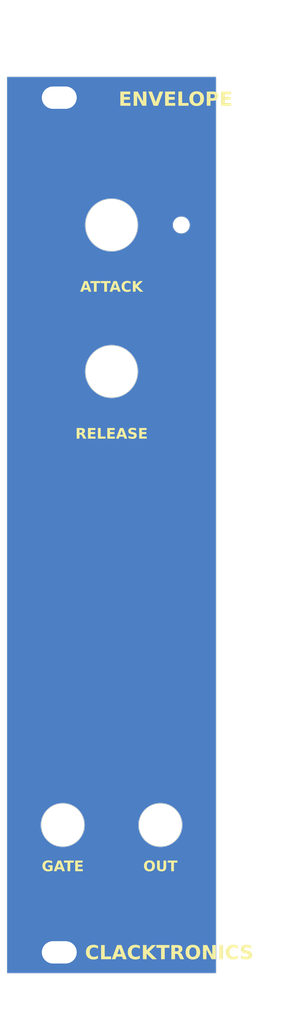
<source format=kicad_pcb>
(kicad_pcb (version 20240108) (generator "pcbnew") (generator_version "8.0")
  (layers (0 "F.Cu" signal) (31 "B.Cu" signal) (34 "B.Paste" user) (35 "F.Paste" user) (36 "B.SilkS" user "B.Silkscreen") (37 "F.SilkS" user "F.Silkscreen") (38 "B.Mask" user) (39 "F.Mask" user) (44 "Edge.Cuts" user))
  (net 0 "")
  (net 1 "GND")
  (footprint "BYOM_General:plated_rack_hole" (layer "F.Cu") (at 123.5 152.25)
    (property "Reference" "H2" (hide yes))
    (property "Value" "MountingHole_Pad")
    (pad "1" thru_hole oval (at 0 0) (size 6 4.2) (drill oval 5 3.2) (layers "*.Cu" "*.Mask") (net 1 "GND"))
  )
  (footprint "BYOM_General:plated_rack_hole" (layer "F.Cu") (at 123.5 29.75)
    (property "Reference" "H1" (hide yes))
    (property "Value" "MountingHole_Pad")
    (pad "1" thru_hole oval (at 0 0) (size 6 4.2) (drill oval 5 3.2) (layers "*.Cu" "*.Mask") (net 1 "GND"))
  )
  (gr_circle (center 138 134) (end 141.1 134) (stroke (width 0.1)) (fill none) (layer "Edge.Cuts"))
  (gr_line (start 116 26.75) (end 146 26.75) (stroke (width 0.05)) (layer "Edge.Cuts"))
  (gr_line (start 146 155.25) (end 116 155.25) (stroke (width 0.05)) (layer "Edge.Cuts"))
  (gr_line (start 116 155.25) (end 116 26.75) (stroke (width 0.05)) (layer "Edge.Cuts"))
  (gr_line (start 146 26.75) (end 146 155.25) (stroke (width 0.05)) (layer "Edge.Cuts"))
  (gr_circle (center 131 69) (end 134.75 69) (stroke (width 0.1)) (fill none) (layer "Edge.Cuts"))
  (gr_circle (center 131 48) (end 134.75 48) (stroke (width 0.1)) (fill none) (layer "Edge.Cuts"))
  (gr_circle (center 141 48) (end 142.2 48) (stroke (width 0.05)) (fill none) (layer "Edge.Cuts"))
  (gr_circle (center 124 134) (end 127.1 134) (stroke (width 0.1)) (fill none) (layer "Edge.Cuts"))
  (gr_text "OUT" (at 138 140 0) (layer "F.SilkS") (effects (font (size 1.5 1.5) (thickness 0.3) (bold yes))))
  (gr_text "GATE" (at 124 140 0) (layer "F.SilkS") (effects (font (size 1.5 1.5) (thickness 0.3) (bold yes))))
  (gr_text "ATTACK" (at 130.99 56.94 0) (layer "F.SilkS") (effects (font (size 1.5 1.5) (thickness 0.3) (bold yes))))
  (gr_text "CLACKTRONICS" (at 127.18 153.58 0) (layer "F.SilkS") (effects (font (size 2 2) (thickness 0.2) (bold yes)) (justify left bottom)))
  (gr_text "RELEASE" (at 131 78 0) (layer "F.SilkS") (effects (font (size 1.5 1.5) (thickness 0.3) (bold yes))))
  (gr_text "ENVELOPE" (at 132 31.25 0) (layer "F.SilkS") (effects (font (size 2 2) (thickness 0.4) (bold yes)) (justify left bottom)))
  (zone (net 1) (net_name "GND") (layers "F&B.Cu") (connect_pads yes (clearance 0.508)) (min_thickness 0.25) (fill yes (thermal_gap 0.5) (thermal_bridge_width 0.5) (island_removal_mode 1) (island_area_min 10))
    (polygon (pts (xy 115 26) (xy 115.5 155.5) (xy 146.5 155.5) (xy 146.5 26)))
  )
)
</source>
